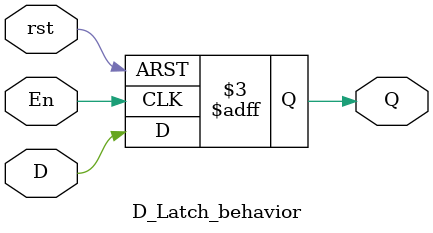
<source format=v>
module D_Latch_behavior(output reg Q, input D, En, rst);

always @ (posedge En, negedge rst)
begin
	if(!rst)
		Q <= 1'b0;
	else
		Q <= D;
end

endmodule

</source>
